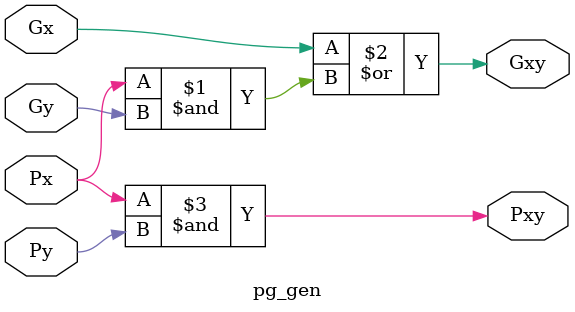
<source format=v>
`timescale 1ns / 1ps


module bkadder_32(

   
    input [31:0] A ,        // Input A
    input [31:0] B,            // Input B
    input cin,                  // Carry-in
    output [31:0] Y,    // 32-bit sum
    output cout        // Final carry-out
            );

    //reg [31:0] A, B;
    //reg cin;


    wire [31:0] p, g;           // Initial propagate and generate signals
    wire [31:0] c;              // Intermediate carry signals

    // Declaring intermediate wires for the carry tree
    wire p10, g10, p32, g32, p54, g54, p76, g76, p98, g98, p1110, g1110, p1312, g1312, p1514, g1514;
    wire p1716, g1716, p1918, g1918, p2120, g2120, p2322, g2322, p2524, g2524, p2726, g2726, p2928, g2928, p3130, g3130;

    wire p30, g30, p74, g74, p118, g118, p1512, g1512, p1916, g1916, p2320, g2320, p2724, g2724, p3128, g3128;

    wire p70, g70, p158, g158, p2316, g2316, p3124, g3124;
	
	wire p150,g150,p3116,g3116;
	
	wire p310,g310;
	wire p230,g230;
	
	wire p110,g110,p190,g190,p270,g270;
	
	wire p50,g50,p90,g90,p130,g130,p170,g170,p210,g210,p250,g250,p290,g290;
	
	wire p20,p40,p60,p80,p100,g100,p120,p140,p160,p180,p200,p220,p240,p260,p280,p300;
    wire g20,g40,g60,g80,g120,g140,g160,g180,g200,g220,g240,g260,g280,g300;
	

    // Generate initial propagate and generate signals
    assign p = A ^ B;
    assign g = A & B;

    // Carry propagation tree
    //level 1
    pg_gen i1 (p[1], p[0], g[1], g[0], p10, g10);
    pg_gen i2 (p[3], p[2], g[3], g[2], p32, g32);
    pg_gen i3 (p[5], p[4], g[5], g[4], p54, g54);
    pg_gen i4 (p[7], p[6], g[7], g[6], p76, g76);
    pg_gen i5 (p[9], p[8], g[9], g[8], p98, g98);
    pg_gen i6 (p[11], p[10], g[11], g[10], p1110, g1110);
    pg_gen i7 (p[13], p[12], g[13], g[12], p1312, g1312);
    pg_gen i8 (p[15], p[14], g[15], g[14], p1514, g1514);
    pg_gen i9 (p[17], p[16], g[17], g[16], p1716, g1716);
    pg_gen i10 (p[19], p[18], g[19], g[18], p1918, g1918);
    pg_gen i11 (p[21], p[20], g[21], g[20], p2120, g2120);
    pg_gen i12 (p[23], p[22], g[23], g[22], p2322, g2322);
    pg_gen i13 (p[25], p[24], g[25], g[24], p2524, g2524);
    pg_gen i14 (p[27], p[26], g[27], g[26], p2726, g2726);
    pg_gen i15 (p[29], p[28], g[29], g[28], p2928, g2928);
    pg_gen i16 (p[31], p[30], g[31], g[30], p3130, g3130);

//level 2
    pg_gen i17 (p32, p10, g32, g10, p30, g30);
    pg_gen i18 (p76, p54, g76, g54, p74, g74);
    pg_gen i19 (p1110, p98, g1110, g98, p118, g118);
    pg_gen i20 (p1514, p1312, g1514, g1312, p1512, g1512);
    pg_gen i21 (p1918, p1716, g1918, g1716, p1916, g1916);
    pg_gen i22 (p2322, p2120, g2322, g2120, p2320, g2320);
    pg_gen i23 (p2726, p2524, g2726, g2524, p2724, g2724);
    pg_gen i24 (p3130, p2928, g3130, g2928, p3128, g3128);

//level 3
    pg_gen i25 (p74, p30, g74, g30, p70, g70);
    pg_gen i26 (p1512, p118, g1512, g118, p158, g158);
    pg_gen i27 (p2320, p1916, g2320, g1916, p2316, g2316);
    pg_gen i28 (p3128, p2724, g3128, g2724, p3124, g3124);
    
    //level 4
	
	pg_gen i29(p158,p70,g158,g70,p150,g150);
	pg_gen i30(p3124,p2316,g3124,g2316,p3116,g3116);
	
	//level 5
	
	pg_gen i31(p3116,p150,g3116,g150,p310,g310);
	
	//level 6
	pg_gen i32(p2316,p150,g2316,g150,p230,g230);
	//level 7
	pg_gen i33(p118,p70,g118,g70,p110,g110);
	pg_gen i34(p1916,p150,g1916,g150,p190,g190);
	pg_gen i35(p2724,p230,g2724,g230,p270,g270);
	
	//level 8
	
	pg_gen i36(p54,p30,g54,g30,p50,g50);
	pg_gen i37(p98,p70,g98,g70,p90,g90);
	pg_gen i38(p1312,p110,g1312,g110,p130,g130);
	pg_gen i39(p1716,p150,g1716,g150,p170,g170);
	pg_gen i40(p2120,p190,g2120,g190,p210,g210);
	pg_gen i41(p2524,p230,g2524,g230,p250,g250);
	pg_gen i42(p2928,p270,g2928,g270,p290,g290);
	
	//level 9
	
	pg_gen i43(p[2],p10,g[2],g10,p20,g20);
	pg_gen i44(p[4],p30,g[4],g30,p40,g40);
	pg_gen i45(p[6],p50,g[6],g50,p60,g60);
	pg_gen i46(p[8],p70,g[8],g70,p80,g80);
	pg_gen i47(p[10],p90,g[10],g90,p100,g100);
	pg_gen i48(p[12],p110,g[12],g110,p120,g120);
	pg_gen i49(p[14],p130,g[14],g130,p140,g140);
	pg_gen i50(p[16],p150,g[16],g150,p160,g160);
	pg_gen i490(p[18],p170,g[12],g170,p180,g180);
	pg_gen i501(p[20],p190,g[20],g190,p200,g200);
	pg_gen i51(p[22],p210,g[22],g210,p220,g220);
	pg_gen i52(p[24],p230,g[24],g230,p240,g240);
	pg_gen i53(p[26],p250,g[25],g250,p260,g260);
	pg_gen i54(p[28],p270,g[28],g270,p280,g280);
	pg_gen i55(p[30],p290,g[30],g290,p300,g300);
	
	
	
	
	

    // Carry signal computation
    assign c[0] = g[0] | (cin & p[0]);
    genvar i;
    generate
        for (i = 1; i < 32; i = i + 1) begin
            assign c[i] = g[i] | (p[i] & c[i-1]);
        end
    endgenerate

    // Final carry-out
    assign cout = c[31];

    // Sum computation
    assign Y = p ^ {c[30:0], cin};




endmodule


module pg_gen(input Px, input Py, input Gx, input Gy, output Pxy, output Gxy);
  assign Gxy = Gx | (Px & Gy);
    assign Pxy = Px & Py;
endmodule

</source>
